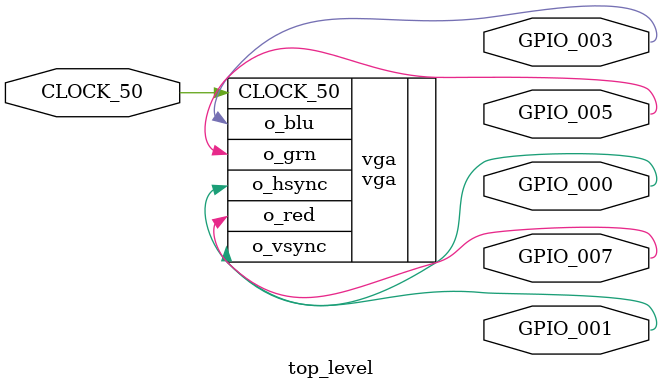
<source format=v>
`include "vga.v"

/*
module mop_level ();
reg CLOCK_50 = 0;
always #1 CLOCK_50 <= ~CLOCK_50;
wire h,v,r,g,b;
top_level top(.CLOCK_50(CLOCK_50), .GPIO_000(h), .GPIO_001(v), .GPIO_007(r), .GPIO_005(g), .GPIO_003(b));

initial begin
    $dumpfile("bitthelfensiemir");
    $dumpvars(0, mop_level);
    #1000000 $finish;
end

endmodule
*/

module top_level (
input wire CLOCK_50, output wire GPIO_000, 
output wire GPIO_001, output wire GPIO_003,
output wire GPIO_005 ,output wire GPIO_007);

vga vga(.CLOCK_50(CLOCK_50), .o_hsync(GPIO_000), .o_vsync(GPIO_001), .o_red(GPIO_007), .o_grn(GPIO_005), .o_blu(GPIO_003));

endmodule
</source>
